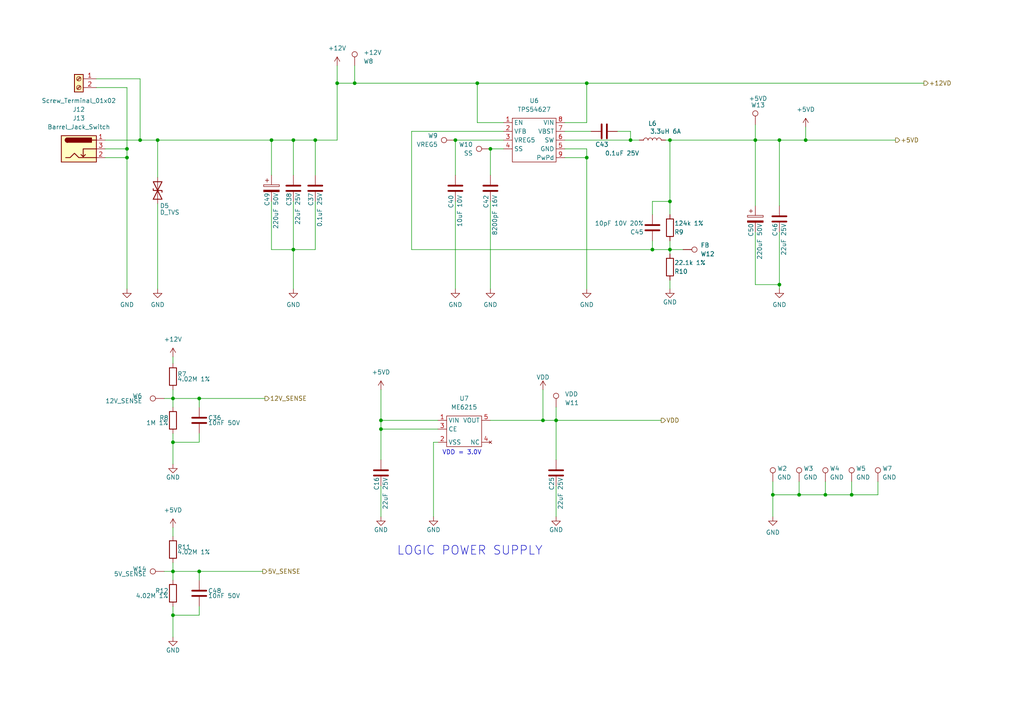
<source format=kicad_sch>
(kicad_sch (version 20230121) (generator eeschema)
  (paper "A4")
  (lib_symbols
    (symbol "Connector:Barrel_Jack_Switch" (pin_names hide)
      (property "Reference" "J" (at 0 5.334 0))
      (property "Value" "Barrel_Jack_Switch" (at 0 -5.08 0))
      (symbol "Barrel_Jack_Switch_0_1"
        (rectangle (start -5.08 3.81) (end 5.08 -3.81) (stroke (width 0.254)) (fill (type background)))
        (arc (start -3.302 3.175) (mid -3.9343 2.54) (end -3.302 1.905) (stroke (width 0.254)))
        (arc (start -3.302 3.175) (mid -3.9343 2.54) (end -3.302 1.905) (stroke (width 0.254)) (fill (type outline)))
        (polyline (pts (xy 1.27 -2.286) (xy 1.905 -1.651)) (stroke (width 0.254)))
        (polyline (pts (xy 5.08 2.54) (xy 3.81 2.54)) (stroke (width 0.254)))
        (polyline (pts (xy 5.08 0) (xy 1.27 0) (xy 1.27 -2.286) (xy 0.635 -1.651)) (stroke (width 0.254)))
        (polyline (pts (xy -3.81 -2.54) (xy -2.54 -2.54) (xy -1.27 -1.27) (xy 0 -2.54) (xy 2.54 -2.54) (xy 5.08 -2.54)) (stroke (width 0.254)))
        (rectangle (start 3.683 3.175) (end -3.302 1.905) (stroke (width 0.254)) (fill (type outline)))
      )
      (symbol "Barrel_Jack_Switch_1_1"
        (pin passive line (at 7.62 2.54 180) (length 2.54) (name "~") (number "1"))
        (pin passive line (at 7.62 -2.54 180) (length 2.54) (name "~") (number "2"))
        (pin passive line (at 7.62 0 180) (length 2.54) (name "~") (number "3"))
      )
    )
    (symbol "Connector:Screw_Terminal_01x02" (pin_names (offset 1.016) hide)
      (property "Reference" "J" (at 0 2.54 0))
      (property "Value" "Screw_Terminal_01x02" (at 0 -5.08 0))
      (symbol "Screw_Terminal_01x02_1_1"
        (rectangle (start -1.27 1.27) (end 1.27 -3.81) (stroke (width 0.254)) (fill (type background)))
        (circle (center 0 -2.54) (radius 0.635) (stroke (width 0.1524)))
        (polyline (pts (xy -0.5334 -2.2098) (xy 0.3302 -3.048)) (stroke (width 0.1524)))
        (polyline (pts (xy -0.5334 0.3302) (xy 0.3302 -0.508)) (stroke (width 0.1524)))
        (polyline (pts (xy -0.3556 -2.032) (xy 0.508 -2.8702)) (stroke (width 0.1524)))
        (polyline (pts (xy -0.3556 0.508) (xy 0.508 -0.3302)) (stroke (width 0.1524)))
        (circle (center 0 0) (radius 0.635) (stroke (width 0.1524)))
        (pin passive line (at -5.08 0 0) (length 3.81) (name "Pin_1") (number "1"))
        (pin passive line (at -5.08 -2.54 0) (length 3.81) (name "Pin_2") (number "2"))
      )
    )
    (symbol "Device:C" (pin_numbers hide) (pin_names (offset 0.254))
      (property "Reference" "C" (at 0.635 2.54 0))
      (property "Value" "C" (at 0.635 -2.54 0))
      (symbol "C_0_1"
        (polyline (pts (xy -2.032 -0.762) (xy 2.032 -0.762)) (stroke (width 0.508)))
        (polyline (pts (xy -2.032 0.762) (xy 2.032 0.762)) (stroke (width 0.508)))
      )
      (symbol "C_1_1"
        (pin passive line (at 0 3.81 270) (length 2.794) (name "~") (number "1"))
        (pin passive line (at 0 -3.81 90) (length 2.794) (name "~") (number "2"))
      )
    )
    (symbol "Device:C_Polarized" (pin_numbers hide) (pin_names (offset 0.254))
      (property "Reference" "C" (at 0.635 2.54 0))
      (property "Value" "C_Polarized" (at 0.635 -2.54 0))
      (symbol "C_Polarized_0_1"
        (rectangle (start -2.286 0.508) (end 2.286 1.016))
        (polyline (pts (xy -1.778 2.286) (xy -0.762 2.286)))
        (polyline (pts (xy -1.27 2.794) (xy -1.27 1.778)))
        (rectangle (start 2.286 -0.508) (end -2.286 -1.016) (fill (type outline)))
      )
      (symbol "C_Polarized_1_1"
        (pin passive line (at 0 3.81 270) (length 2.794) (name "~") (number "1"))
        (pin passive line (at 0 -3.81 90) (length 2.794) (name "~") (number "2"))
      )
    )
    (symbol "Device:D_TVS" (pin_numbers hide) (pin_names (offset 1.016) hide)
      (property "Reference" "D" (at 0 2.54 0))
      (property "Value" "D_TVS" (at 0 -2.54 0))
      (symbol "D_TVS_0_1"
        (polyline (pts (xy 1.27 0) (xy -1.27 0)))
        (polyline (pts (xy 0.508 1.27) (xy 0 1.27) (xy 0 -1.27) (xy -0.508 -1.27)) (stroke (width 0.254)))
        (polyline (pts (xy -2.54 1.27) (xy -2.54 -1.27) (xy 2.54 1.27) (xy 2.54 -1.27) (xy -2.54 1.27)) (stroke (width 0.254)))
      )
      (symbol "D_TVS_1_1"
        (pin passive line (at -3.81 0 0) (length 2.54) (name "A1") (number "1"))
        (pin passive line (at 3.81 0 180) (length 2.54) (name "A2") (number "2"))
      )
    )
    (symbol "Device:L" (pin_numbers hide) (pin_names (offset 1.016) hide)
      (property "Reference" "L" (at -1.27 0 90))
      (property "Value" "L" (at 1.905 0 90))
      (symbol "L_0_1"
        (arc (start 0 -2.54) (mid 0.6323 -1.905) (end 0 -1.27))
        (arc (start 0 -1.27) (mid 0.6323 -0.635) (end 0 0))
        (arc (start 0 0) (mid 0.6323 0.635) (end 0 1.27))
        (arc (start 0 1.27) (mid 0.6323 1.905) (end 0 2.54))
      )
      (symbol "L_1_1"
        (pin passive line (at 0 3.81 270) (length 1.27) (name "1") (number "1"))
        (pin passive line (at 0 -3.81 90) (length 1.27) (name "2") (number "2"))
      )
    )
    (symbol "Device:R" (pin_numbers hide) (pin_names (offset 0))
      (property "Reference" "R" (at 2.032 0 90))
      (property "Value" "R" (at 0 0 90))
      (symbol "R_0_1"
        (rectangle (start -1.016 -2.54) (end 1.016 2.54) (stroke (width 0.254)))
      )
      (symbol "R_1_1"
        (pin passive line (at 0 3.81 270) (length 1.27) (name "~") (number "1"))
        (pin passive line (at 0 -3.81 90) (length 1.27) (name "~") (number "2"))
      )
    )
    (symbol "Pixels-dice:ME6215"
      (property "Reference" "U" (at 3.175 -6.35 0))
      (property "Value" "ME6215" (at 0 5.08 0))
      (symbol "ME6215_0_1"
        (rectangle (start -5.08 3.81) (end 5.08 -5.08))
      )
      (symbol "ME6215_1_1"
        (pin power_in line (at -7.62 2.54 0) (length 2.54) (name "VIN") (number "1"))
        (pin power_in line (at -7.62 -3.81 0) (length 2.54) (name "VSS") (number "2"))
        (pin input line (at -7.62 0 0) (length 2.54) (name "CE") (number "3"))
        (pin no_connect line (at 7.62 -3.81 180) (length 2.54) (name "NC") (number "4"))
        (pin power_out line (at 7.62 2.54 180) (length 2.54) (name "VOUT") (number "5"))
      )
    )
    (symbol "Pixels-dice:TEST_1P-conn" (pin_numbers hide) (pin_names (offset 0.762) hide)
      (property "Reference" "W" (at 0 6.858 0))
      (property "Value" "TEST_1P-conn" (at 0 5.08 0))
      (symbol "TEST_1P-conn_0_1"
        (circle (center 0 3.302) (radius 0.762))
      )
      (symbol "TEST_1P-conn_1_1"
        (pin passive line (at 0 0 90) (length 2.54) (name "1") (number "1"))
      )
    )
    (symbol "Pixels-dice:TPS54627"
      (property "Reference" "U" (at 0 -8.89 0))
      (property "Value" "TPS54627" (at 0 6.35 0))
      (symbol "TPS54627_0_1"
        (rectangle (start -6.35 5.08) (end 6.35 -7.62))
      )
      (symbol "TPS54627_1_1"
        (pin input line (at -8.89 3.81 0) (length 2.54) (name "EN") (number "1"))
        (pin input line (at -8.89 1.27 0) (length 2.54) (name "VFB") (number "2"))
        (pin output line (at -8.89 -1.27 0) (length 2.54) (name "VREG5") (number "3"))
        (pin input line (at -8.89 -3.81 0) (length 2.54) (name "SS") (number "4"))
        (pin power_in line (at 8.89 -3.81 180) (length 2.54) (name "GND") (number "5"))
        (pin power_out line (at 8.89 -1.27 180) (length 2.54) (name "SW") (number "6"))
        (pin power_out line (at 8.89 1.27 180) (length 2.54) (name "VBST") (number "7"))
        (pin power_in line (at 8.89 3.81 180) (length 2.54) (name "VIN") (number "8"))
        (pin power_in line (at 8.89 -6.35 180) (length 2.54) (name "PwPd") (number "9"))
      )
    )
    (symbol "power:+12V" (power) (pin_names (offset 0))
      (property "Value" "+12V" (at 0 3.556 0))
      (symbol "+12V_0_1"
        (polyline (pts (xy -0.762 1.27) (xy 0 2.54)))
        (polyline (pts (xy 0 0) (xy 0 2.54)))
        (polyline (pts (xy 0 2.54) (xy 0.762 1.27)))
      )
      (symbol "+12V_1_1"
        (pin power_in line (at 0 0 90) (length 0) hide (name "+12V") (number "1"))
      )
    )
    (symbol "power:+5VD" (power) (pin_names (offset 0))
      (property "Value" "+5VD" (at 0 3.556 0))
      (symbol "+5VD_0_1"
        (polyline (pts (xy -0.762 1.27) (xy 0 2.54)))
        (polyline (pts (xy 0 0) (xy 0 2.54)))
        (polyline (pts (xy 0 2.54) (xy 0.762 1.27)))
      )
      (symbol "+5VD_1_1"
        (pin power_in line (at 0 0 90) (length 0) hide (name "+5VD") (number "1"))
      )
    )
    (symbol "power:GND" (power) (pin_names (offset 0))
      (property "Value" "GND" (at 0 -3.81 0))
      (symbol "GND_0_1"
        (polyline (pts (xy 0 0) (xy 0 -1.27) (xy 1.27 -1.27) (xy 0 -2.54) (xy -1.27 -1.27) (xy 0 -1.27)))
      )
      (symbol "GND_1_1"
        (pin power_in line (at 0 0 270) (length 0) hide (name "GND") (number "1"))
      )
    )
    (symbol "power:VDD" (power) (pin_names (offset 0))
      (property "Value" "VDD" (at 0 3.81 0))
      (symbol "VDD_0_1"
        (polyline (pts (xy -0.762 1.27) (xy 0 2.54)))
        (polyline (pts (xy 0 0) (xy 0 2.54)))
        (polyline (pts (xy 0 2.54) (xy 0.762 1.27)))
      )
      (symbol "VDD_1_1"
        (pin power_in line (at 0 0 90) (length 0) hide (name "VDD") (number "1"))
      )
    )
  )
  (junction (at 138.43 24.13))
  (junction (at 226.06 40.64))
  (junction (at 36.83 43.18))
  (junction (at 182.88 40.64))
  (junction (at 161.29 121.92))
  (junction (at 226.06 82.55))
  (junction (at 50.165 128.27))
  (junction (at 45.72 40.64))
  (junction (at 36.83 45.72))
  (junction (at 247.015 143.51))
  (junction (at 233.68 40.64))
  (junction (at 142.24 43.18))
  (junction (at 231.775 143.51))
  (junction (at 194.31 58.42))
  (junction (at 110.49 124.46))
  (junction (at 57.785 115.57))
  (junction (at 219.075 40.64))
  (junction (at 85.09 72.39))
  (junction (at 57.785 165.735))
  (junction (at 97.79 24.13))
  (junction (at 102.87 24.13))
  (junction (at 132.08 40.64))
  (junction (at 194.31 72.39))
  (junction (at 189.23 72.39))
  (junction (at 50.165 178.435))
  (junction (at 78.74 40.64))
  (junction (at 239.395 143.51))
  (junction (at 40.64 40.64))
  (junction (at 110.49 121.92))
  (junction (at 170.18 45.72))
  (junction (at 194.31 40.64))
  (junction (at 50.165 165.735))
  (junction (at 170.18 24.13))
  (junction (at 224.155 143.51))
  (junction (at 157.48 121.92))
  (junction (at 50.165 115.57))
  (junction (at 85.09 40.64))
  (junction (at 91.44 40.64))
  (wire (pts (xy 78.74 40.64) (xy 78.74 50.8)))
  (wire (pts (xy 97.79 24.13) (xy 97.79 40.64)))
  (wire (pts (xy 57.785 175.895) (xy 57.785 178.435)))
  (wire (pts (xy 189.23 72.39) (xy 189.23 69.85)))
  (wire (pts (xy 224.155 143.51) (xy 224.155 149.86)))
  (wire (pts (xy 157.48 113.03) (xy 157.48 121.92)))
  (wire (pts (xy 78.74 58.42) (xy 78.74 72.39)))
  (wire (pts (xy 50.165 103.505) (xy 50.165 105.41)))
  (wire (pts (xy 119.38 38.1) (xy 146.05 38.1)))
  (wire (pts (xy 57.785 115.57) (xy 57.785 118.11)))
  (wire (pts (xy 57.785 165.735) (xy 57.785 168.275)))
  (wire (pts (xy 194.31 72.39) (xy 194.31 73.66)))
  (wire (pts (xy 30.48 43.18) (xy 36.83 43.18)))
  (wire (pts (xy 57.785 165.735) (xy 76.2 165.735)))
  (wire (pts (xy 91.44 58.42) (xy 91.44 72.39)))
  (wire (pts (xy 91.44 40.64) (xy 91.44 50.8)))
  (wire (pts (xy 163.83 40.64) (xy 182.88 40.64)))
  (wire (pts (xy 233.68 40.64) (xy 259.715 40.64)))
  (wire (pts (xy 170.18 45.72) (xy 170.18 83.82)))
  (wire (pts (xy 50.165 163.195) (xy 50.165 165.735)))
  (wire (pts (xy 36.83 45.72) (xy 36.83 83.82)))
  (wire (pts (xy 50.165 165.735) (xy 57.785 165.735)))
  (wire (pts (xy 45.72 59.055) (xy 45.72 83.82)))
  (wire (pts (xy 194.31 58.42) (xy 194.31 62.23)))
  (wire (pts (xy 219.075 40.64) (xy 219.075 59.69)))
  (wire (pts (xy 125.73 128.27) (xy 127 128.27)))
  (wire (pts (xy 50.165 115.57) (xy 50.165 118.11)))
  (wire (pts (xy 85.09 40.64) (xy 78.74 40.64)))
  (wire (pts (xy 50.165 175.895) (xy 50.165 178.435)))
  (wire (pts (xy 194.31 72.39) (xy 198.12 72.39)))
  (wire (pts (xy 78.74 72.39) (xy 85.09 72.39)))
  (wire (pts (xy 45.72 40.64) (xy 78.74 40.64)))
  (wire (pts (xy 142.24 58.42) (xy 142.24 83.82)))
  (wire (pts (xy 224.155 143.51) (xy 231.775 143.51)))
  (wire (pts (xy 161.29 140.97) (xy 161.29 149.86)))
  (wire (pts (xy 146.05 43.18) (xy 142.24 43.18)))
  (wire (pts (xy 85.09 40.64) (xy 85.09 50.8)))
  (wire (pts (xy 182.88 38.1) (xy 182.88 40.64)))
  (wire (pts (xy 85.09 40.64) (xy 91.44 40.64)))
  (wire (pts (xy 163.83 35.56) (xy 170.18 35.56)))
  (wire (pts (xy 119.38 72.39) (xy 189.23 72.39)))
  (wire (pts (xy 194.31 40.64) (xy 219.075 40.64)))
  (wire (pts (xy 138.43 24.13) (xy 170.18 24.13)))
  (wire (pts (xy 142.24 43.18) (xy 142.24 50.8)))
  (wire (pts (xy 170.18 24.13) (xy 267.97 24.13)))
  (wire (pts (xy 85.09 72.39) (xy 85.09 83.82)))
  (wire (pts (xy 102.87 19.05) (xy 102.87 24.13)))
  (wire (pts (xy 57.785 115.57) (xy 76.835 115.57)))
  (wire (pts (xy 36.83 25.4) (xy 36.83 43.18)))
  (wire (pts (xy 97.79 19.05) (xy 97.79 24.13)))
  (wire (pts (xy 226.06 67.31) (xy 226.06 82.55)))
  (wire (pts (xy 170.18 43.18) (xy 170.18 45.72)))
  (wire (pts (xy 254.635 143.51) (xy 254.635 139.7)))
  (wire (pts (xy 36.83 43.18) (xy 36.83 45.72)))
  (wire (pts (xy 110.49 121.92) (xy 127 121.92)))
  (wire (pts (xy 110.49 121.92) (xy 110.49 124.46)))
  (wire (pts (xy 40.64 40.64) (xy 45.72 40.64)))
  (wire (pts (xy 142.24 121.92) (xy 157.48 121.92)))
  (wire (pts (xy 194.31 72.39) (xy 194.31 69.85)))
  (wire (pts (xy 161.29 118.11) (xy 161.29 121.92)))
  (wire (pts (xy 50.165 125.73) (xy 50.165 128.27)))
  (wire (pts (xy 50.165 128.27) (xy 50.165 134.62)))
  (wire (pts (xy 50.165 178.435) (xy 50.165 184.785)))
  (wire (pts (xy 30.48 40.64) (xy 40.64 40.64)))
  (wire (pts (xy 146.05 35.56) (xy 138.43 35.56)))
  (wire (pts (xy 97.79 24.13) (xy 102.87 24.13)))
  (wire (pts (xy 194.31 40.64) (xy 194.31 58.42)))
  (wire (pts (xy 226.06 40.64) (xy 226.06 59.69)))
  (wire (pts (xy 40.64 22.86) (xy 40.64 40.64)))
  (wire (pts (xy 85.09 58.42) (xy 85.09 72.39)))
  (wire (pts (xy 231.775 143.51) (xy 231.775 139.7)))
  (wire (pts (xy 161.29 121.92) (xy 161.29 133.35)))
  (wire (pts (xy 45.72 40.64) (xy 45.72 51.435)))
  (wire (pts (xy 163.83 38.1) (xy 171.45 38.1)))
  (wire (pts (xy 57.785 128.27) (xy 50.165 128.27)))
  (wire (pts (xy 219.075 40.64) (xy 226.06 40.64)))
  (wire (pts (xy 50.165 165.735) (xy 50.165 168.275)))
  (wire (pts (xy 170.18 24.13) (xy 170.18 35.56)))
  (wire (pts (xy 239.395 143.51) (xy 247.015 143.51)))
  (wire (pts (xy 219.075 82.55) (xy 226.06 82.55)))
  (wire (pts (xy 47.625 115.57) (xy 50.165 115.57)))
  (wire (pts (xy 163.83 43.18) (xy 170.18 43.18)))
  (wire (pts (xy 226.06 82.55) (xy 226.06 83.82)))
  (wire (pts (xy 219.075 67.31) (xy 219.075 82.55)))
  (wire (pts (xy 247.015 143.51) (xy 254.635 143.51)))
  (wire (pts (xy 224.155 139.7) (xy 224.155 143.51)))
  (wire (pts (xy 127 124.46) (xy 110.49 124.46)))
  (wire (pts (xy 239.395 143.51) (xy 239.395 139.7)))
  (wire (pts (xy 226.06 40.64) (xy 233.68 40.64)))
  (wire (pts (xy 161.29 121.92) (xy 191.77 121.92)))
  (wire (pts (xy 157.48 121.92) (xy 161.29 121.92)))
  (wire (pts (xy 50.165 115.57) (xy 57.785 115.57)))
  (wire (pts (xy 110.49 113.03) (xy 110.49 121.92)))
  (wire (pts (xy 179.07 38.1) (xy 182.88 38.1)))
  (wire (pts (xy 50.165 153.035) (xy 50.165 155.575)))
  (wire (pts (xy 50.165 113.03) (xy 50.165 115.57)))
  (wire (pts (xy 47.625 165.735) (xy 50.165 165.735)))
  (wire (pts (xy 102.87 24.13) (xy 138.43 24.13)))
  (wire (pts (xy 91.44 40.64) (xy 97.79 40.64)))
  (wire (pts (xy 57.785 178.435) (xy 50.165 178.435)))
  (wire (pts (xy 247.015 143.51) (xy 247.015 139.7)))
  (wire (pts (xy 132.08 40.64) (xy 132.08 50.8)))
  (wire (pts (xy 138.43 35.56) (xy 138.43 24.13)))
  (wire (pts (xy 189.23 62.23) (xy 189.23 58.42)))
  (wire (pts (xy 132.08 58.42) (xy 132.08 83.82)))
  (wire (pts (xy 146.05 40.64) (xy 132.08 40.64)))
  (wire (pts (xy 219.075 36.195) (xy 219.075 40.64)))
  (wire (pts (xy 27.94 22.86) (xy 40.64 22.86)))
  (wire (pts (xy 193.04 40.64) (xy 194.31 40.64)))
  (wire (pts (xy 189.23 72.39) (xy 194.31 72.39)))
  (wire (pts (xy 182.88 40.64) (xy 185.42 40.64)))
  (wire (pts (xy 194.31 58.42) (xy 189.23 58.42)))
  (wire (pts (xy 85.09 72.39) (xy 91.44 72.39)))
  (wire (pts (xy 119.38 72.39) (xy 119.38 38.1)))
  (wire (pts (xy 233.68 36.83) (xy 233.68 40.64)))
  (wire (pts (xy 30.48 45.72) (xy 36.83 45.72)))
  (wire (pts (xy 231.775 143.51) (xy 239.395 143.51)))
  (wire (pts (xy 163.83 45.72) (xy 170.18 45.72)))
  (wire (pts (xy 57.785 125.73) (xy 57.785 128.27)))
  (wire (pts (xy 194.31 81.28) (xy 194.31 83.82)))
  (wire (pts (xy 27.94 25.4) (xy 36.83 25.4)))
  (wire (pts (xy 110.49 133.35) (xy 110.49 124.46)))
  (wire (pts (xy 125.73 128.27) (xy 125.73 149.86)))
  (wire (pts (xy 110.49 140.97) (xy 110.49 149.86)))
  (text "VDD = 3.0V" (at 139.7 132.08 0) (effects (font (size 1.27 1.27)) (justify right bottom)))
  (text "LOGIC POWER SUPPLY" (at 157.48 161.29 0) (effects (font (size 2.54 2.54)) (justify right bottom)))
  (hierarchical_label "12V_SENSE" (shape output) (at 76.835 115.57 0))
  (hierarchical_label "5V_SENSE" (shape output) (at 76.2 165.735 0))
  (hierarchical_label "VDD" (shape output) (at 191.77 121.92 0))
  (hierarchical_label "+12VD" (shape output) (at 267.97 24.13 0))
  (hierarchical_label "+5VD" (shape output) (at 259.715 40.64 0))
  (symbol (lib_id "power:VDD") (at 157.48 113.03 0) (unit 1)
    (property "Reference" "#PWR091" (effects hide))
    (property "Value" "VDD" (at 157.48 109.4255 0))
  )
  (symbol (lib_id "power:+5VD") (at 233.68 36.83 0) (unit 1)
    (property "Reference" "#PWR094" (effects hide))
    (property "Value" "+5VD" (at 233.68 31.75 0))
  )
  (symbol (lib_id "Device:C_Polarized") (at 219.075 63.5 0) (unit 1)
    (property "Reference" "C50" (at 217.805 64.77 90) (effects (justify right)))
    (property "Value" "220uF 50V" (at 220.345 64.77 90) (effects (justify right)))
    (property "Footprint" "Capacitor_SMD:CP_Elec_10x10" (effects hide))
    (property "LCSC Part #" "C125977" (effects hide))
    (property "Manufacturer" "Nichicon" (effects hide))
    (property "Manufacturer Part Number" "UWT1H221MNL1GS" (effects hide))
  )
  (symbol (lib_id "Device:L") (at 189.23 40.64 90) (unit 1)
    (property "Reference" "L6" (at 189.23 35.814 90))
    (property "Value" "3.3uH 6A" (at 193.04 38.1 90))
    (property "Footprint" "Pixels-dice:L_7.3x7.3_H3.5" (effects hide))
    (property "Generic OK" "YES" (effects hide))
    (property "Manufacturer" "YJYCOIN" (effects hide))
    (property "Manufacturer Part Number" "YPRH0704-100M" (effects hide))
    (property "LCSC Part #" "C514807" (effects hide))
    (instances (project "Main" (path "" (reference "L6") (unit 1))) (project "Main" (path "" (reference "L4") (unit 1))))
  )
  (symbol (lib_id "power:GND") (at 125.73 149.86 0) (unit 1)
    (property "Reference" "#PWR089" (effects hide))
    (property "Value" "GND" (at 125.73 153.67 0))
  )
  (symbol (lib_id "Device:R") (at 50.165 121.92 0) (unit 1)
    (property "Reference" "R8" (at 48.895 121.92 0) (effects (justify right bottom)))
    (property "Value" "1M 1%" (at 48.895 121.92 0) (effects (justify right top)))
    (property "Footprint" "Resistor_SMD:R_0402_1005Metric" (effects hide))
    (property "Generic OK" "YES" (effects hide))
    (property "Manufacturer" "UNI-ROYAL(Uniroyal Elec)" (effects hide))
    (property "Manufacturer Part Number" "0402WGF1004TCE" (effects hide))
    (property "LCSC Part #" "C26083" (effects hide))
  )
  (symbol (lib_id "Connector:Screw_Terminal_01x02") (at 22.86 22.86 0) (mirror y) (unit 1)
    (property "Reference" "J12" (at 22.86 31.75 0))
    (property "Value" "Screw_Terminal_01x02" (at 22.86 29.21 0))
    (property "Footprint" "Pixels-dice:DB125-3.81-2P-GN-S" (effects hide))
    (property "Manufacturer" "DORABO" (effects hide))
    (property "Manufacturer Part Number" "DB125-3.81-2P-GN-S" (effects hide))
    (property "LCSC Part #" "C395878" (effects hide))
  )
  (symbol (lib_id "Device:C") (at 132.08 54.61 0) (unit 1)
    (property "Reference" "C40" (at 130.81 56.515 90) (effects (justify right)))
    (property "Value" "10uF 10V" (at 133.35 56.515 90) (effects (justify right)))
    (property "Footprint" "Capacitor_SMD:C_0805_2012Metric" (effects hide))
    (property "Generic OK" "YES" (effects hide))
    (property "Manufacturer" "Samsung" (effects hide))
    (property "Manufacturer Part Number" "CL21A106KOQNNNE" (effects hide))
    (property "LCSC Part #" "C1713" (effects hide))
    (instances (project "Main" (path "" (reference "C40") (unit 1))) (project "Main" (path "" (reference "C18") (unit 1))))
  )
  (symbol (lib_id "Device:C") (at 85.09 54.61 0) (unit 1)
    (property "Reference" "C38" (at 83.82 55.88 90) (effects (justify right)))
    (property "Value" "22uF 25V" (at 86.36 55.88 90) (effects (justify right)))
    (property "Footprint" "Capacitor_SMD:C_1210_3225Metric" (effects hide))
    (property "Manufacturer" "Samsung" (effects hide))
    (property "Manufacturer Part Number" "CL31A226KAHNNNE" (effects hide))
    (property "Generic OK" "YES" (effects hide))
    (property "LCSC Part #" "C12891" (effects hide))
    (instances (project "Main" (path "" (reference "C38") (unit 1)) (path "" (reference "C19") (unit 1)) (path "" (reference "C45") (unit 1))))
  )
  (symbol (lib_id "power:GND") (at 45.72 83.82 0) (unit 1)
    (property "Reference" "#PWR081" (effects hide))
    (property "Value" "GND" (at 45.72 88.3825 0))
  )
  (symbol (lib_id "Pixels-dice:TEST_1P-conn") (at 231.775 139.7 0) (unit 1)
    (property "Reference" "W3" (at 233.045 135.89 0) (effects (justify left)))
    (property "Value" "GND" (at 233.045 138.43 0) (effects (justify left)))
    (property "Footprint" "Pixels-dice:TestPoint_1.5x1.5_Drill0.9mm" (effects hide))
  )
  (symbol (lib_id "power:+5VD") (at 50.165 153.035 0) (unit 1)
    (property "Reference" "#PWR097" (effects hide))
    (property "Value" "+5VD" (at 50.165 147.955 0))
  )
  (symbol (lib_id "Pixels-dice:TEST_1P-conn") (at 161.29 118.11 0) (unit 1)
    (property "Reference" "W11" (at 163.83 116.84 0) (effects (justify left)))
    (property "Value" "VDD" (at 163.83 114.3 0) (effects (justify left)))
    (property "Footprint" "Pixels-dice:TestPoint_1.5x1.5_Drill0.9mm" (effects hide))
  )
  (symbol (lib_id "power:GND") (at 85.09 83.82 0) (unit 1)
    (property "Reference" "#PWR083" (effects hide))
    (property "Value" "GND" (at 85.09 88.3825 0))
  )
  (symbol (lib_id "Device:C") (at 226.06 63.5 0) (unit 1)
    (property "Reference" "C46" (at 224.79 68.58 90) (effects (justify left)))
    (property "Value" "22uF 25V" (at 227.33 64.77 90) (effects (justify right)))
    (property "Footprint" "Capacitor_SMD:C_1210_3225Metric" (effects hide))
    (property "Manufacturer" "Samsung" (effects hide))
    (property "Manufacturer Part Number" "CL31A226KAHNNNE" (effects hide))
    (property "Generic OK" "YES" (effects hide))
    (property "LCSC Part #" "C12891" (effects hide))
  )
  (symbol (lib_id "power:GND") (at 224.155 149.86 0) (unit 1)
    (property "Reference" "#PWR079" (effects hide))
    (property "Value" "GND" (at 224.155 154.4225 0))
  )
  (symbol (lib_id "Pixels-dice:TEST_1P-conn") (at 198.12 72.39 270) (unit 1)
    (property "Reference" "W12" (at 203.2 73.66 90) (effects (justify left)))
    (property "Value" "FB" (at 203.2 71.12 90) (effects (justify left)))
    (property "Footprint" "Pixels-dice:TestPoint_1.5x1.5_Drill0.9mm" (effects hide))
    (instances (project "Main" (path "" (reference "W12") (unit 1))) (project "Main" (path "" (reference "W18") (unit 1))))
  )
  (symbol (lib_id "Pixels-dice:TEST_1P-conn") (at 224.155 139.7 0) (unit 1)
    (property "Reference" "W2" (at 225.425 135.89 0) (effects (justify left)))
    (property "Value" "GND" (at 225.425 138.43 0) (effects (justify left)))
    (property "Footprint" "Pixels-dice:TestPoint_1.5x1.5_Drill0.9mm" (effects hide))
  )
  (symbol (lib_id "Device:C") (at 142.24 54.61 0) (unit 1)
    (property "Reference" "C42" (at 140.97 56.515 90) (effects (justify right)))
    (property "Value" "8200pF 16V" (at 143.51 56.515 90) (effects (justify right)))
    (property "Footprint" "Capacitor_SMD:C_0402_1005Metric" (effects hide))
    (property "Generic OK" "YES" (effects hide))
    (property "Manufacturer" "YAGEO" (effects hide))
    (property "Manufacturer Part Number" "CC0402KRX7R7BB822" (effects hide))
    (property "LCSC Part #" "C309459" (effects hide))
    (instances (project "Main" (path "" (reference "C42") (unit 1))) (project "Main" (path "" (reference "C18") (unit 1))))
  )
  (symbol (lib_id "Pixels-dice:TEST_1P-conn") (at 47.625 165.735 90) (unit 1)
    (property "Reference" "W14" (at 42.545 165.735 90) (effects (justify left top)))
    (property "Value" "5V_SENSE" (at 42.545 165.735 90) (effects (justify left bottom)))
    (property "Footprint" "Pixels-dice:TestPoint_1.5x1.5_Drill0.9mm" (effects hide))
  )
  (symbol (lib_id "Pixels-dice:TEST_1P-conn") (at 102.87 19.05 0) (unit 1)
    (property "Reference" "W8" (at 105.41 17.78 0) (effects (justify left)))
    (property "Value" "+12V" (at 105.41 15.24 0) (effects (justify left)))
    (property "Footprint" "Pixels-dice:TestPoint_1.5x1.5_Drill0.9mm" (effects hide))
  )
  (symbol (lib_id "power:+12V") (at 50.165 103.505 0) (unit 1)
    (property "Reference" "#PWR098" (effects hide))
    (property "Value" "+12V" (at 50.165 98.425 0))
  )
  (symbol (lib_id "Device:R") (at 194.31 66.04 180) (unit 1)
    (property "Reference" "R9" (at 195.58 67.31 0) (effects (justify right)))
    (property "Value" "124k 1%" (at 195.58 64.77 0) (effects (justify right)))
    (property "Footprint" "Resistor_SMD:R_0402_1005Metric" (effects hide))
    (property "Generic OK" "YES" (effects hide))
    (property "Manufacturer" "UNI-ROYAL(Uniroyal Elec)" (effects hide))
    (property "Manufacturer Part Number" "0402WGF1243TCE" (effects hide))
    (property "LCSC Part #" "C36777" (effects hide))
    (instances (project "Main" (path "" (reference "R9") (unit 1))) (project "Main" (path "" (reference "R4") (unit 1))))
  )
  (symbol (lib_id "Device:C") (at 91.44 54.61 0) (unit 1)
    (property "Reference" "C37" (at 90.17 55.88 90) (effects (justify right)))
    (property "Value" "0.1uF 25V" (at 92.71 55.88 90) (effects (justify right)))
    (property "Footprint" "Capacitor_SMD:C_0402_1005Metric" (effects hide))
    (property "LCSC Part #" "C105883" (effects hide))
    (property "Manufacturer" "YAGEO" (effects hide))
    (property "Manufacturer Part Number" "CC0402KRX7R8BB104" (effects hide))
    (property "Generic OK" "YES" (effects hide))
  )
  (symbol (lib_id "power:GND") (at 36.83 83.82 0) (unit 1)
    (property "Reference" "#PWR080" (effects hide))
    (property "Value" "GND" (at 36.83 88.3825 0))
  )
  (symbol (lib_id "power:+12V") (at 97.79 19.05 0) (unit 1)
    (property "Reference" "#PWR084" (effects hide))
    (property "Value" "+12V" (at 97.79 13.97 0))
  )
  (symbol (lib_id "Pixels-dice:TPS54627") (at 154.94 39.37 0) (unit 1)
    (property "Reference" "U6" (at 154.94 29.21 0))
    (property "Value" "TPS54627" (at 154.94 31.75 0))
    (property "Footprint" "Pixels-dice:Diodes_SO-8EP" (effects hide))
    (property "Manufacturer" "TI" (effects hide))
    (property "Manufacturer Part Number" "TPS54627" (effects hide))
    (property "LCSC Part #" "C398919" (effects hide))
  )
  (symbol (lib_id "Pixels-dice:TEST_1P-conn") (at 219.075 36.195 0) (unit 1)
    (property "Reference" "W13" (at 217.805 30.48 0) (effects (justify left)))
    (property "Value" "+5VD" (at 217.17 28.575 0) (effects (justify left)))
    (property "Footprint" "Pixels-dice:TestPoint_1.5x1.5_Drill0.9mm" (effects hide))
  )
  (symbol (lib_id "Pixels-dice:TEST_1P-conn") (at 254.635 139.7 0) (unit 1)
    (property "Reference" "W7" (at 255.905 135.89 0) (effects (justify left)))
    (property "Value" "GND" (at 255.905 138.43 0) (effects (justify left)))
    (property "Footprint" "Pixels-dice:TestPoint_1.5x1.5_Drill0.9mm" (effects hide))
  )
  (symbol (lib_id "power:GND") (at 50.165 134.62 0) (unit 1)
    (property "Reference" "#PWR082" (effects hide))
    (property "Value" "GND" (at 50.165 138.43 0))
  )
  (symbol (lib_id "Pixels-dice:TEST_1P-conn") (at 239.395 139.7 0) (unit 1)
    (property "Reference" "W4" (at 240.665 135.89 0) (effects (justify left)))
    (property "Value" "GND" (at 240.665 138.43 0) (effects (justify left)))
    (property "Footprint" "Pixels-dice:TestPoint_1.5x1.5_Drill0.9mm" (effects hide))
  )
  (symbol (lib_id "Pixels-dice:TEST_1P-conn") (at 132.08 40.64 90) (unit 1)
    (property "Reference" "W9" (at 127 39.37 90) (effects (justify left)))
    (property "Value" "VREG5" (at 127 41.91 90) (effects (justify left)))
    (property "Footprint" "Pixels-dice:TestPoint_1.5x1.5_Drill0.9mm" (effects hide))
    (instances (project "Main" (path "" (reference "W9") (unit 1))) (project "Main" (path "" (reference "W18") (unit 1))))
  )
  (symbol (lib_id "Device:C") (at 57.785 121.92 0) (unit 1)
    (property "Reference" "C36" (at 60.325 121.92 0) (effects (justify left bottom)))
    (property "Value" "10nF 50V" (at 60.325 121.92 0) (effects (justify left top)))
    (property "Footprint" "Capacitor_SMD:C_0402_1005Metric" (effects hide))
    (property "Generic OK" "YES" (effects hide))
    (property "Manufacturer" "Murata" (effects hide))
    (property "Manufacturer Part Number" "GRM155R71H103KA88D" (effects hide))
    (property "LCSC Part #" "C386111" (effects hide))
  )
  (symbol (lib_id "power:GND") (at 110.49 149.86 0) (unit 1)
    (property "Reference" "#PWR087" (effects hide))
    (property "Value" "GND" (at 110.49 153.67 0))
  )
  (symbol (lib_id "Device:C_Polarized") (at 78.74 54.61 0) (unit 1)
    (property "Reference" "C49" (at 77.47 55.88 90) (effects (justify right)))
    (property "Value" "220uF 50V" (at 80.01 55.88 90) (effects (justify right)))
    (property "Footprint" "Capacitor_SMD:CP_Elec_10x10" (effects hide))
    (property "LCSC Part #" "C125977" (effects hide))
    (property "Manufacturer" "Nichicon" (effects hide))
    (property "Manufacturer Part Number" "UWT1H221MNL1GS" (effects hide))
  )
  (symbol (lib_id "Device:R") (at 50.165 172.085 0) (unit 1)
    (property "Reference" "R12" (at 48.895 172.085 0) (effects (justify right bottom)))
    (property "Value" "4.02M 1%" (at 48.895 172.085 0) (effects (justify right top)))
    (property "Footprint" "Resistor_SMD:R_0402_1005Metric" (effects hide))
    (property "Generic OK" "YES" (effects hide))
    (property "Manufacturer" "UNI-ROYAL(Uniroyal Elec)" (effects hide))
    (property "Manufacturer Part Number" "0402WGF4024TCE" (effects hide))
    (property "LCSC Part #" "C423177" (effects hide))
  )
  (symbol (lib_id "Device:C") (at 110.49 137.16 0) (unit 1)
    (property "Reference" "C16" (at 109.22 142.24 90) (effects (justify left)))
    (property "Value" "22uF 25V" (at 111.76 138.43 90) (effects (justify right)))
    (property "Footprint" "Capacitor_SMD:C_1210_3225Metric" (effects hide))
    (property "Manufacturer" "Samsung" (effects hide))
    (property "Manufacturer Part Number" "CL31A226KAHNNNE" (effects hide))
    (property "Generic OK" "YES" (effects hide))
    (property "LCSC Part #" "C12891" (effects hide))
  )
  (symbol (lib_id "Device:C") (at 189.23 66.04 0) (unit 1)
    (property "Reference" "C45" (at 186.69 67.31 0) (effects (justify right)))
    (property "Value" "10pF 10V 20%" (at 186.69 64.77 0) (effects (justify right)))
    (property "Footprint" "Capacitor_SMD:C_0402_1005Metric" (effects hide))
    (property "Generic OK" "YES" (effects hide))
    (property "Manufacturer" "YAGEO" (effects hide))
    (property "Manufacturer Part Number" "CC0402KRNPO7BN100" (effects hide))
    (property "LCSC Part #" "C2168196" (effects hide))
    (instances (project "Main" (path "" (reference "C45") (unit 1))) (project "Main" (path "" (reference "C17") (unit 1))))
  )
  (symbol (lib_id "power:GND") (at 170.18 83.82 0) (unit 1)
    (property "Reference" "#PWR090" (effects hide))
    (property "Value" "GND" (at 170.18 88.3825 0))
  )
  (symbol (lib_id "power:GND") (at 161.29 149.86 0) (unit 1)
    (property "Reference" "#PWR092" (effects hide))
    (property "Value" "GND" (at 161.29 153.67 0))
  )
  (symbol (lib_id "Pixels-dice:TEST_1P-conn") (at 247.015 139.7 0) (unit 1)
    (property "Reference" "W5" (at 248.285 135.89 0) (effects (justify left)))
    (property "Value" "GND" (at 248.285 138.43 0) (effects (justify left)))
    (property "Footprint" "Pixels-dice:TestPoint_1.5x1.5_Drill0.9mm" (effects hide))
  )
  (symbol (lib_id "Device:D_TVS") (at 45.72 55.245 90) (unit 1)
    (property "Reference" "D5" (at 46.355 59.69 90) (effects (justify right)))
    (property "Value" "D_TVS" (at 46.355 61.595 90) (effects (justify right)))
    (property "Footprint" "Diode_SMD:D_SMA" (effects hide))
    (property "Manufacturer" "Littelfuse" (effects hide))
    (property "Manufacturer Part Number" "SMAJ16CA" (effects hide))
    (property "LCSC Part #" "C148217" (effects hide))
  )
  (symbol (lib_id "power:GND") (at 226.06 83.82 0) (unit 1)
    (property "Reference" "#PWR095" (effects hide))
    (property "Value" "GND" (at 226.06 88.3825 0))
  )
  (symbol (lib_id "Connector:Barrel_Jack_Switch") (at 22.86 43.18 0) (unit 1)
    (property "Reference" "J13" (at 22.86 34.29 0))
    (property "Value" "Barrel_Jack_Switch" (at 22.86 36.83 0))
    (property "Footprint" "Pixels-dice:BARREL_JACK" (effects hide))
    (property "LCSC Part #" "C7507454" (effects hide))
    (property "Manufacturer" "SHOU HAN" (effects hide))
    (property "Manufacturer Part Number" "DC005-2.5" (effects hide))
  )
  (symbol (lib_id "Device:R") (at 50.165 159.385 0) (unit 1)
    (property "Reference" "R11" (at 51.435 159.385 0) (effects (justify left bottom)))
    (property "Value" "4.02M 1%" (at 51.435 159.385 0) (effects (justify left top)))
    (property "Footprint" "Resistor_SMD:R_0402_1005Metric" (effects hide))
    (property "Generic OK" "YES" (effects hide))
    (property "Manufacturer" "UNI-ROYAL(Uniroyal Elec)" (effects hide))
    (property "Manufacturer Part Number" "0402WGF4024TCE" (effects hide))
    (property "LCSC Part #" "C423177" (effects hide))
  )
  (symbol (lib_id "Device:R") (at 50.165 109.22 0) (unit 1)
    (property "Reference" "R7" (at 51.435 109.22 0) (effects (justify left bottom)))
    (property "Value" "4.02M 1%" (at 51.435 109.22 0) (effects (justify left top)))
    (property "Footprint" "Resistor_SMD:R_0402_1005Metric" (effects hide))
    (property "Generic OK" "YES" (effects hide))
    (property "Manufacturer" "UNI-ROYAL(Uniroyal Elec)" (effects hide))
    (property "Manufacturer Part Number" "0402WGF4024TCE" (effects hide))
    (property "LCSC Part #" "C423177" (effects hide))
  )
  (symbol (lib_id "Pixels-dice:TEST_1P-conn") (at 47.625 115.57 90) (unit 1)
    (property "Reference" "W6" (at 41.275 115.57 90) (effects (justify left top)))
    (property "Value" "12V_SENSE" (at 41.275 115.57 90) (effects (justify left bottom)))
    (property "Footprint" "Pixels-dice:TestPoint_1.5x1.5_Drill0.9mm" (effects hide))
  )
  (symbol (lib_id "Device:R") (at 194.31 77.47 180) (unit 1)
    (property "Reference" "R10" (at 195.58 78.74 0) (effects (justify right)))
    (property "Value" "22.1k 1%" (at 195.58 76.2 0) (effects (justify right)))
    (property "Footprint" "Resistor_SMD:R_0402_1005Metric" (effects hide))
    (property "Generic OK" "YES" (effects hide))
    (property "Manufacturer" "UNI-ROYAL(Uniroyal Elec)" (effects hide))
    (property "Manufacturer Part Number" "0402WGF2212TCE" (effects hide))
    (property "LCSC Part #" "C43473" (effects hide))
    (instances (project "Main" (path "" (reference "R10") (unit 1))) (project "Main" (path "" (reference "R5") (unit 1))))
  )
  (symbol (lib_id "Pixels-dice:ME6215") (at 134.62 124.46 0) (unit 1)
    (property "Reference" "U7" (at 134.62 115.57 0))
    (property "Value" "ME6215" (at 134.62 118.11 0))
    (property "Footprint" "Pixels-dice:SOT-23-5" (effects hide))
    (property "Generic OK" "NO" (effects hide))
    (property "Manufacturer" "MICRONE(Nanjing Micro One Elec)" (effects hide))
    (property "Manufacturer Part Number" "ME6215C30M5G" (effects hide))
    (property "LCSC Part #" "C236664" (effects hide))
  )
  (symbol (lib_id "power:GND") (at 142.24 83.82 0) (unit 1)
    (property "Reference" "#PWR088" (effects hide))
    (property "Value" "GND" (at 142.24 88.3825 0))
  )
  (symbol (lib_id "power:GND") (at 194.31 83.82 0) (unit 1)
    (property "Reference" "#PWR093" (effects hide))
    (property "Value" "GND" (at 194.31 87.63 0))
    (instances (project "Main" (path "" (reference "#PWR093") (unit 1))) (project "Main" (path "" (reference "#PWR030") (unit 1))))
  )
  (symbol (lib_id "power:+5VD") (at 110.49 113.03 0) (unit 1)
    (property "Reference" "#PWR086" (effects hide))
    (property "Value" "+5VD" (at 110.49 107.95 0))
  )
  (symbol (lib_id "Device:C") (at 175.26 38.1 90) (unit 1)
    (property "Reference" "C43" (at 176.53 41.91 90) (effects (justify left)))
    (property "Value" "0.1uF 25V" (at 185.42 44.45 90) (effects (justify left)))
    (property "Footprint" "Capacitor_SMD:C_0402_1005Metric" (effects hide))
    (property "LCSC Part #" "C105883" (effects hide))
    (property "Manufacturer" "YAGEO" (effects hide))
    (property "Manufacturer Part Number" "CC0402KRX7R8BB104" (effects hide))
    (property "Generic OK" "YES" (effects hide))
  )
  (symbol (lib_id "power:GND") (at 132.08 83.82 0) (unit 1)
    (property "Reference" "#PWR085" (effects hide))
    (property "Value" "GND" (at 132.08 88.3825 0))
  )
  (symbol (lib_id "power:GND") (at 50.165 184.785 0) (unit 1)
    (property "Reference" "#PWR096" (effects hide))
    (property "Value" "GND" (at 50.165 188.595 0))
  )
  (symbol (lib_id "Device:C") (at 161.29 137.16 0) (unit 1)
    (property "Reference" "C25" (at 160.02 142.24 90) (effects (justify left)))
    (property "Value" "22uF 25V" (at 162.56 138.43 90) (effects (justify right)))
    (property "Footprint" "Capacitor_SMD:C_1210_3225Metric" (effects hide))
    (property "Manufacturer" "Samsung" (effects hide))
    (property "Manufacturer Part Number" "CL31A226KAHNNNE" (effects hide))
    (property "Generic OK" "YES" (effects hide))
    (property "LCSC Part #" "C12891" (effects hide))
  )
  (symbol (lib_id "Device:C") (at 57.785 172.085 0) (unit 1)
    (property "Reference" "C48" (at 60.325 172.085 0) (effects (justify left bottom)))
    (property "Value" "10nF 50V" (at 60.325 172.085 0) (effects (justify left top)))
    (property "Footprint" "Capacitor_SMD:C_0402_1005Metric" (effects hide))
    (property "Generic OK" "YES" (effects hide))
    (property "Manufacturer" "Murata" (effects hide))
    (property "Manufacturer Part Number" "GRM155R71H103KA88D" (effects hide))
    (property "LCSC Part #" "C386111" (effects hide))
  )
  (symbol (lib_id "Pixels-dice:TEST_1P-conn") (at 142.24 43.18 90) (unit 1)
    (property "Reference" "W10" (at 137.16 41.91 90) (effects (justify left)))
    (property "Value" "SS" (at 137.16 44.45 90) (effects (justify left)))
    (property "Footprint" "Pixels-dice:TestPoint_1.5x1.5_Drill0.9mm" (effects hide))
    (instances (project "Main" (path "" (reference "W10") (unit 1))) (project "Main" (path "" (reference "W18") (unit 1))))
  )
)
</source>
